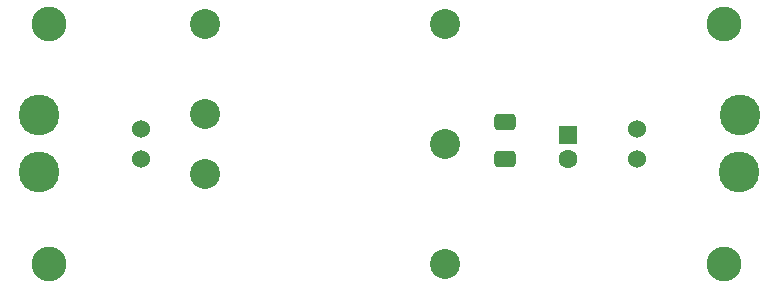
<source format=gbr>
%TF.GenerationSoftware,KiCad,Pcbnew,7.0.5*%
%TF.CreationDate,2023-10-04T22:36:29-05:00*%
%TF.ProjectId,24V Regulator Breakout,32345620-5265-4677-956c-61746f722042,rev?*%
%TF.SameCoordinates,Original*%
%TF.FileFunction,Soldermask,Top*%
%TF.FilePolarity,Negative*%
%FSLAX46Y46*%
G04 Gerber Fmt 4.6, Leading zero omitted, Abs format (unit mm)*
G04 Created by KiCad (PCBNEW 7.0.5) date 2023-10-04 22:36:29*
%MOMM*%
%LPD*%
G01*
G04 APERTURE LIST*
G04 Aperture macros list*
%AMRoundRect*
0 Rectangle with rounded corners*
0 $1 Rounding radius*
0 $2 $3 $4 $5 $6 $7 $8 $9 X,Y pos of 4 corners*
0 Add a 4 corners polygon primitive as box body*
4,1,4,$2,$3,$4,$5,$6,$7,$8,$9,$2,$3,0*
0 Add four circle primitives for the rounded corners*
1,1,$1+$1,$2,$3*
1,1,$1+$1,$4,$5*
1,1,$1+$1,$6,$7*
1,1,$1+$1,$8,$9*
0 Add four rect primitives between the rounded corners*
20,1,$1+$1,$2,$3,$4,$5,0*
20,1,$1+$1,$4,$5,$6,$7,0*
20,1,$1+$1,$6,$7,$8,$9,0*
20,1,$1+$1,$8,$9,$2,$3,0*%
G04 Aperture macros list end*
%ADD10C,2.946400*%
%ADD11C,2.540000*%
%ADD12RoundRect,0.250000X-0.650000X0.412500X-0.650000X-0.412500X0.650000X-0.412500X0.650000X0.412500X0*%
%ADD13R,1.600000X1.600000*%
%ADD14C,1.600000*%
%ADD15C,3.450000*%
%ADD16C,1.524000*%
G04 APERTURE END LIST*
D10*
%TO.C,V4*%
X69850000Y-71120000D03*
%TD*%
%TO.C,V1*%
X69850000Y-50800000D03*
%TD*%
D11*
%TO.C,U1*%
X83058000Y-50800000D03*
X83058000Y-58420000D03*
X83058000Y-63500000D03*
X103378000Y-71120000D03*
X103378000Y-60960000D03*
X103378000Y-50800000D03*
%TD*%
D10*
%TO.C,V2*%
X127000000Y-71120000D03*
%TD*%
D12*
%TO.C,C2*%
X108458000Y-59143500D03*
X108458000Y-62268500D03*
%TD*%
D13*
%TO.C,C1*%
X113792000Y-60258888D03*
D14*
X113792000Y-62258888D03*
%TD*%
D15*
%TO.C,Conn1*%
X128274000Y-58545000D03*
X128270000Y-63373000D03*
D16*
X119634000Y-59690000D03*
X119634000Y-62230000D03*
%TD*%
D15*
%TO.C,Conn2*%
X68957000Y-63375000D03*
X68961000Y-58547000D03*
D16*
X77597000Y-62230000D03*
X77597000Y-59690000D03*
%TD*%
D10*
%TO.C,V3*%
X127000000Y-50800000D03*
%TD*%
M02*

</source>
